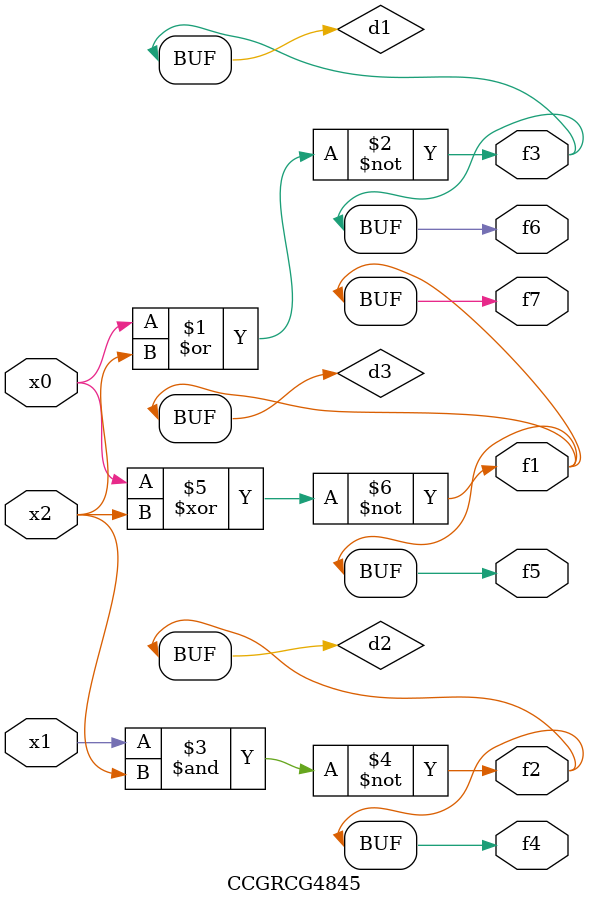
<source format=v>
module CCGRCG4845(
	input x0, x1, x2,
	output f1, f2, f3, f4, f5, f6, f7
);

	wire d1, d2, d3;

	nor (d1, x0, x2);
	nand (d2, x1, x2);
	xnor (d3, x0, x2);
	assign f1 = d3;
	assign f2 = d2;
	assign f3 = d1;
	assign f4 = d2;
	assign f5 = d3;
	assign f6 = d1;
	assign f7 = d3;
endmodule

</source>
